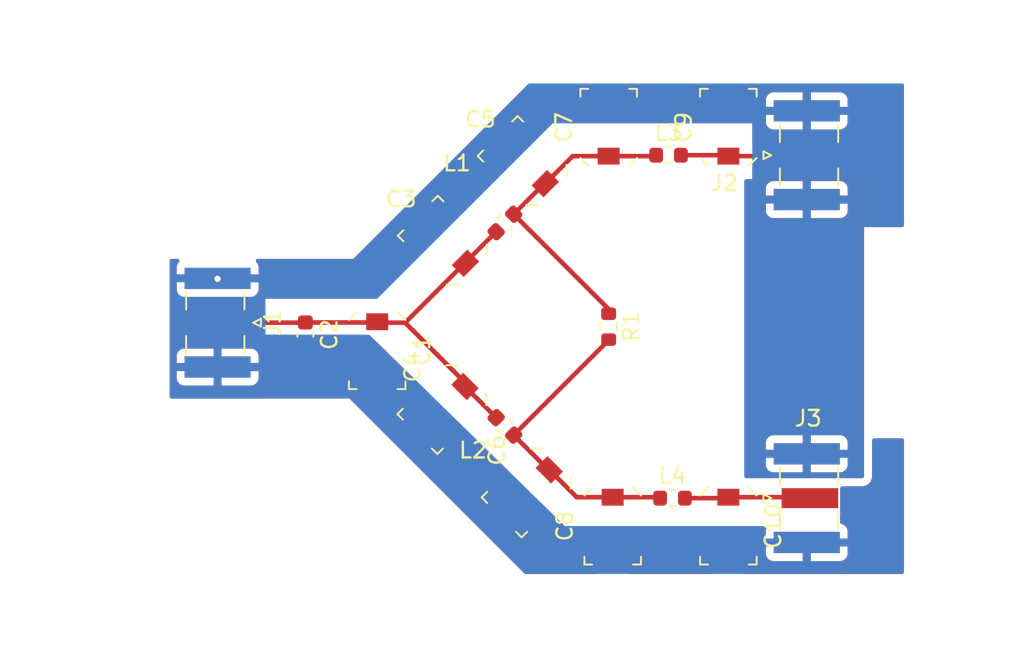
<source format=kicad_pcb>
(kicad_pcb (version 20211014) (generator pcbnew)
  (layers (0 "F.Cu" signal) (31 "B.Cu" signal) (34 "B.Paste" user) (35 "F.Paste" user) (36 "B.SilkS" user "B.Silkscreen") (37 "F.SilkS" user "F.Silkscreen") (38 "B.Mask" user) (39 "F.Mask" user) (44 "Edge.Cuts" user))
  (net 0 "")
  (net 1 "GND")
  (net 2 "Net-(C4-Pad1)")
  (net 3 "Net-(L1-Pad2)")
  (net 4 "Net-(C6-Pad1)")
  (net 5 "Net-(C9-Pad1)")
  (net 6 "Net-(C10-Pad1)")
  (footprint "Capacitor_SMD:C_Trimmer_Sprague-Goodman_SGC3" (layer "F.Cu") (at 142.748 66.294 90)
    (fp_text reference "C7" (at 0 -2.85 90) (layer "F.SilkS"))
    (fp_text value "C_Trim")
    (fp_line (start -2.45 1.3) (end -1.95 1.8) (layer "F.SilkS") (width 0.12))
    (fp_line (start 2.45 -1.8) (end 1.95 -1.8) (layer "F.SilkS") (width 0.12))
    (fp_line (start -2.45 -1.3) (end -1.95 -1.8) (layer "F.SilkS") (width 0.12))
    (fp_line (start 2.45 1.8) (end 2.45 1.3) (layer "F.SilkS") (width 0.12))
    (fp_line (start 2.45 1.8) (end 1.95 1.8) (layer "F.SilkS") (width 0.12))
    (fp_line (start 2.45 -1.8) (end 2.45 -1.3) (layer "F.SilkS") (width 0.12))
    (pad "1" smd rect (at -1.8375 0 90) (size 1.075 1.4) (layers "F.Cu" "F.Paste" "F.Mask") (net 3 "Net-(L1-Pad2)"))
    (pad "2" smd rect (at 1.8375 0 90) (size 1.075 1.4) (layers "F.Cu" "F.Paste" "F.Mask") (net 1 "GND"))
  )
  (footprint "Capacitor_SMD:C_Trimmer_Sprague-Goodman_SGC3" (layer "F.Cu") (at 137.668 89.408 -135)
    (fp_text reference "C6" (at -0.35921 3.232892 90) (layer "F.SilkS"))
    (fp_text value "C_Trim")
    (fp_line (start -2.45 -1.3) (end -1.95 -1.8) (layer "F.SilkS") (width 0.12))
    (fp_line (start 2.45 1.8) (end 2.45 1.3) (layer "F.SilkS") (width 0.12))
    (fp_line (start -2.45 1.3) (end -1.95 1.8) (layer "F.SilkS") (width 0.12))
    (fp_line (start 2.45 -1.8) (end 2.45 -1.3) (layer "F.SilkS") (width 0.12))
    (fp_line (start 2.45 1.8) (end 1.95 1.8) (layer "F.SilkS") (width 0.12))
    (fp_line (start 2.45 -1.8) (end 1.95 -1.8) (layer "F.SilkS") (width 0.12))
    (pad "1" smd rect (at -1.8375 0 225) (size 1.075 1.4) (layers "F.Cu" "F.Paste" "F.Mask") (net 4 "Net-(C6-Pad1)"))
    (pad "2" smd rect (at 1.8375 0 225) (size 1.075 1.4) (layers "F.Cu" "F.Paste" "F.Mask") (net 1 "GND"))
  )
  (footprint "Inductor_SMD:L_0603_1608Metric" (layer "F.Cu") (at 146.812 89.916)
    (fp_text reference "L4" (at 0 -1.43) (layer "F.SilkS"))
    (fp_text value "L")
    (fp_line (start -0.162779 0.51) (end 0.162779 0.51) (layer "F.SilkS") (width 0.12))
    (fp_line (start -0.162779 -0.51) (end 0.162779 -0.51) (layer "F.SilkS") (width 0.12))
    (pad "1" smd roundrect (at -0.7875 0) (size 0.875 0.95) (layers "F.Cu" "F.Paste" "F.Mask") (net 4 "Net-(C6-Pad1)"))
    (pad "2" smd roundrect (at 0.7875 0) (size 0.875 0.95) (layers "F.Cu" "F.Paste" "F.Mask") (net 6 "Net-(C10-Pad1)"))
  )
  (footprint "Capacitor_SMD:C_0603_1608Metric" (layer "F.Cu") (at 123.444 79.502 -90)
    (fp_text reference "C2" (at 0 -1.524 90) (layer "F.SilkS"))
    (fp_text value "C")
    (fp_line (start -0.14058 -0.51) (end 0.14058 -0.51) (layer "F.SilkS") (width 0.12))
    (fp_line (start -0.14058 0.51) (end 0.14058 0.51) (layer "F.SilkS") (width 0.12))
    (pad "1" smd roundrect (at -0.775 0 270) (size 0.9 0.95) (layers "F.Cu" "F.Paste" "F.Mask") (net 2 "Net-(C4-Pad1)"))
    (pad "2" smd roundrect (at 0.775 0 270) (size 0.9 0.95) (layers "F.Cu" "F.Paste" "F.Mask") (net 1 "GND"))
  )
  (footprint "Capacitor_SMD:C_Trimmer_Sprague-Goodman_SGC3" (layer "F.Cu") (at 132.334 73.66 135)
    (fp_text reference "C3" (at 3.951313 0 180) (layer "F.SilkS"))
    (fp_text value "C_Trim")
    (fp_line (start 2.45 -1.8) (end 1.95 -1.8) (layer "F.SilkS") (width 0.12))
    (fp_line (start 2.45 1.8) (end 1.95 1.8) (layer "F.SilkS") (width 0.12))
    (fp_line (start -2.45 1.3) (end -1.95 1.8) (layer "F.SilkS") (width 0.12))
    (fp_line (start 2.45 -1.8) (end 2.45 -1.3) (layer "F.SilkS") (width 0.12))
    (fp_line (start -2.45 -1.3) (end -1.95 -1.8) (layer "F.SilkS") (width 0.12))
    (fp_line (start 2.45 1.8) (end 2.45 1.3) (layer "F.SilkS") (width 0.12))
    (pad "1" smd rect (at -1.8375 0 135) (size 1.075 1.4) (layers "F.Cu" "F.Paste" "F.Mask") (net 2 "Net-(C4-Pad1)"))
    (pad "2" smd rect (at 1.8375 0 135) (size 1.075 1.4) (layers "F.Cu" "F.Paste" "F.Mask") (net 1 "GND"))
  )
  (footprint "Capacitor_SMD:C_Trimmer_Sprague-Goodman_SGC3" (layer "F.Cu") (at 132.304691 84.103309 -135)
    (fp_text reference "C4" (at -0.35921 3.232892 90) (layer "F.SilkS"))
    (fp_text value "C_Trim")
    (fp_line (start 2.45 1.8) (end 1.95 1.8) (layer "F.SilkS") (width 0.12))
    (fp_line (start 2.45 -1.8) (end 2.45 -1.3) (layer "F.SilkS") (width 0.12))
    (fp_line (start 2.45 -1.8) (end 1.95 -1.8) (layer "F.SilkS") (width 0.12))
    (fp_line (start 2.45 1.8) (end 2.45 1.3) (layer "F.SilkS") (width 0.12))
    (fp_line (start -2.45 1.3) (end -1.95 1.8) (layer "F.SilkS") (width 0.12))
    (fp_line (start -2.45 -1.3) (end -1.95 -1.8) (layer "F.SilkS") (width 0.12))
    (pad "1" smd rect (at -1.8375 0 225) (size 1.075 1.4) (layers "F.Cu" "F.Paste" "F.Mask") (net 2 "Net-(C4-Pad1)"))
    (pad "2" smd rect (at 1.8375 0 225) (size 1.075 1.4) (layers "F.Cu" "F.Paste" "F.Mask") (net 1 "GND"))
  )
  (footprint "Connector_Coaxial:SMA_Samtec_SMA-J-P-X-ST-EM1_EdgeMount" (layer "F.Cu") (at 155.3575 89.916 90)
    (fp_text reference "J3" (at 5.08 0.0905 180) (layer "F.SilkS"))
    (fp_text value "Conn_Coaxial_Power")
    (fp_line (start 0.25 -2.76) (end -0.25 -2.76) (layer "F.SilkS") (width 0.12))
    (fp_line (start 0.84 -1.71) (end 1.95 -1.71) (layer "F.SilkS") (width 0.12))
    (fp_line (start -1.95 -1.71) (end -0.84 -1.71) (layer "F.SilkS") (width 0.12))
    (fp_line (start 0.84 2) (end 1.95 2) (layer "F.SilkS") (width 0.12))
    (fp_line (start 0 -2.26) (end 0.25 -2.76) (layer "F.SilkS") (width 0.12))
    (fp_line (start -0.25 -2.76) (end 0 -2.26) (layer "F.SilkS") (width 0.12))
    (fp_line (start -1.95 2) (end -0.84 2) (layer "F.SilkS") (width 0.12))
    (pad "1" smd rect (at 0 0.2 90) (size 1.27 3.6) (layers "F.Cu" "F.Paste" "F.Mask") (net 6 "Net-(C10-Pad1)"))
    (pad "2" smd rect (at -2.825 0 90) (size 1.35 4.2) (layers "F.Cu" "F.Paste" "F.Mask") (net 1 "GND"))
    (pad "2" smd rect (at 2.825 0 90) (size 1.35 4.2) (layers "F.Cu" "F.Paste" "F.Mask") (net 1 "GND"))
    (pad "2" smd rect (at 2.825 0 90) (size 1.35 4.2) (layers "B.Cu" "B.Paste" "B.Mask") (net 1 "GND"))
    (pad "2" smd rect (at -2.825 0 90) (size 1.35 4.2) (layers "B.Cu" "B.Paste" "B.Mask") (net 1 "GND"))
  )
  (footprint "Capacitor_SMD:C_Trimmer_Sprague-Goodman_SGC3" (layer "F.Cu") (at 128.016 80.518 -90)
    (fp_text reference "C1" (at 0 -2.85 90) (layer "F.SilkS"))
    (fp_text value "C_Trim")
    (fp_line (start 2.45 1.8) (end 2.45 1.3) (layer "F.SilkS") (width 0.12))
    (fp_line (start -2.45 -1.3) (end -1.95 -1.8) (layer "F.SilkS") (width 0.12))
    (fp_line (start 2.45 -1.8) (end 1.95 -1.8) (layer "F.SilkS") (width 0.12))
    (fp_line (start 2.45 -1.8) (end 2.45 -1.3) (layer "F.SilkS") (width 0.12))
    (fp_line (start -2.45 1.3) (end -1.95 1.8) (layer "F.SilkS") (width 0.12))
    (fp_line (start 2.45 1.8) (end 1.95 1.8) (layer "F.SilkS") (width 0.12))
    (pad "1" smd rect (at -1.8375 0 270) (size 1.075 1.4) (layers "F.Cu" "F.Paste" "F.Mask") (net 2 "Net-(C4-Pad1)"))
    (pad "2" smd rect (at 1.8375 0 270) (size 1.075 1.4) (layers "F.Cu" "F.Paste" "F.Mask") (net 1 "GND"))
  )
  (footprint "Connector_Coaxial:SMA_Samtec_SMA-J-P-X-ST-EM1_EdgeMount" (layer "F.Cu") (at 117.856 78.74 -90)
    (fp_text reference "J1" (at 0 -3.5 90) (layer "F.SilkS"))
    (fp_text value "Conn_Coaxial_Power")
    (fp_line (start 0 -2.26) (end 0.25 -2.76) (layer "F.SilkS") (width 0.12))
    (fp_line (start 0.25 -2.76) (end -0.25 -2.76) (layer "F.SilkS") (width 0.12))
    (fp_line (start -1.95 2) (end -0.84 2) (layer "F.SilkS") (width 0.12))
    (fp_line (start -0.25 -2.76) (end 0 -2.26) (layer "F.SilkS") (width 0.12))
    (fp_line (start -1.95 -1.71) (end -0.84 -1.71) (layer "F.SilkS") (width 0.12))
    (fp_line (start 0.84 -1.71) (end 1.95 -1.71) (layer "F.SilkS") (width 0.12))
    (fp_line (start 0.84 2) (end 1.95 2) (layer "F.SilkS") (width 0.12))
    (pad "1" smd rect (at 0 0.2 270) (size 1.27 3.6) (layers "F.Cu" "F.Paste" "F.Mask") (net 2 "Net-(C4-Pad1)"))
    (pad "2" smd rect (at -2.825 0 270) (size 1.35 4.2) (layers "F.Cu" "F.Paste" "F.Mask") (net 1 "GND"))
    (pad "2" smd rect (at -2.825 0 270) (size 1.35 4.2) (layers "B.Cu" "B.Paste" "B.Mask") (net 1 "GND"))
    (pad "2" smd rect (at 2.825 0 270) (size 1.35 4.2) (layers "B.Cu" "B.Paste" "B.Mask") (net 1 "GND"))
    (pad "2" smd rect (at 2.825 0 270) (size 1.35 4.2) (layers "F.Cu" "F.Paste" "F.Mask") (net 1 "GND"))
  )
  (footprint "Capacitor_SMD:C_Trimmer_Sprague-Goodman_SGC3" (layer "F.Cu") (at 137.414 68.58 135)
    (fp_text reference "C5" (at 3.975656 -0.024344) (layer "F.SilkS"))
    (fp_text value "C_Trim")
    (fp_line (start 2.45 1.8) (end 1.95 1.8) (layer "F.SilkS") (width 0.12))
    (fp_line (start -2.45 -1.3) (end -1.95 -1.8) (layer "F.SilkS") (width 0.12))
    (fp_line (start -2.45 1.3) (end -1.95 1.8) (layer "F.SilkS") (width 0.12))
    (fp_line (start 2.45 -1.8) (end 2.45 -1.3) (layer "F.SilkS") (width 0.12))
    (fp_line (start 2.45 -1.8) (end 1.95 -1.8) (layer "F.SilkS") (width 0.12))
    (fp_line (start 2.45 1.8) (end 2.45 1.3) (layer "F.SilkS") (width 0.12))
    (pad "1" smd rect (at -1.8375 0 135) (size 1.075 1.4) (layers "F.Cu" "F.Paste" "F.Mask") (net 3 "Net-(L1-Pad2)"))
    (pad "2" smd rect (at 1.8375 0 135) (size 1.075 1.4) (layers "F.Cu" "F.Paste" "F.Mask") (net 1 "GND"))
  )
  (footprint "Inductor_SMD:L_0603_1608Metric" (layer "F.Cu") (at 136.144 85.344 -45)
    (fp_text reference "L2" (at -0.35921 2.514472 180) (layer "F.SilkS"))
    (fp_text value "L")
    (fp_line (start -0.162779 -0.51) (end 0.162779 -0.51) (layer "F.SilkS") (width 0.12))
    (fp_line (start -0.162779 0.51) (end 0.162779 0.51) (layer "F.SilkS") (width 0.12))
    (pad "1" smd roundrect (at -0.7875 0 315) (size 0.875 0.95) (layers "F.Cu" "F.Paste" "F.Mask") (net 2 "Net-(C4-Pad1)"))
    (pad "2" smd roundrect (at 0.7875 0 315) (size 0.875 0.95) (layers "F.Cu" "F.Paste" "F.Mask") (net 4 "Net-(C6-Pad1)"))
  )
  (footprint "Connector_Coaxial:SMA_Samtec_SMA-J-P-X-ST-EM1_EdgeMount" (layer "F.Cu") (at 155.3575 68.072 90)
    (fp_text reference "J2" (at -1.778 -5.2435) (layer "F.SilkS"))
    (fp_text value "Conn_Coaxial_Power")
    (fp_line (start 0 -2.26) (end 0.25 -2.76) (layer "F.SilkS") (width 0.12))
    (fp_line (start 0.84 2) (end 1.95 2) (layer "F.SilkS") (width 0.12))
    (fp_line (start 0.84 -1.71) (end 1.95 -1.71) (layer "F.SilkS") (width 0.12))
    (fp_line (start -1.95 -1.71) (end -0.84 -1.71) (layer "F.SilkS") (width 0.12))
    (fp_line (start -1.95 2) (end -0.84 2) (layer "F.SilkS") (width 0.12))
    (fp_line (start 0.25 -2.76) (end -0.25 -2.76) (layer "F.SilkS") (width 0.12))
    (fp_line (start -0.25 -2.76) (end 0 -2.26) (layer "F.SilkS") (width 0.12))
    (pad "1" smd rect (at 0 0.2 90) (size 1.27 3.6) (layers "F.Cu" "F.Paste" "F.Mask") (net 5 "Net-(C9-Pad1)"))
    (pad "2" smd rect (at -2.825 0 90) (size 1.35 4.2) (layers "B.Cu" "B.Paste" "B.Mask") (net 1 "GND"))
    (pad "2" smd rect (at 2.825 0 90) (size 1.35 4.2) (layers "F.Cu" "F.Paste" "F.Mask") (net 1 "GND"))
    (pad "2" smd rect (at -2.825 0 90) (size 1.35 4.2) (layers "F.Cu" "F.Paste" "F.Mask") (net 1 "GND"))
    (pad "2" smd rect (at 2.825 0 90) (size 1.35 4.2) (layers "B.Cu" "B.Paste" "B.Mask") (net 1 "GND"))
  )
  (footprint "Capacitor_SMD:C_Trimmer_Sprague-Goodman_SGC3" (layer "F.Cu") (at 150.368 66.294 90)
    (fp_text reference "C9" (at 0 -2.85 90) (layer "F.SilkS"))
    (fp_text value "C_Trim")
    (fp_line (start -2.45 -1.3) (end -1.95 -1.8) (layer "F.SilkS") (width 0.12))
    (fp_line (start 2.45 -1.8) (end 2.45 -1.3) (layer "F.SilkS") (width 0.12))
    (fp_line (start 2.45 -1.8) (end 1.95 -1.8) (layer "F.SilkS") (width 0.12))
    (fp_line (start 2.45 1.8) (end 1.95 1.8) (layer "F.SilkS") (width 0.12))
    (fp_line (start 2.45 1.8) (end 2.45 1.3) (layer "F.SilkS") (width 0.12))
    (fp_line (start -2.45 1.3) (end -1.95 1.8) (layer "F.SilkS") (width 0.12))
    (pad "1" smd rect (at -1.8375 0 90) (size 1.075 1.4) (layers "F.Cu" "F.Paste" "F.Mask") (net 5 "Net-(C9-Pad1)"))
    (pad "2" smd rect (at 1.8375 0 90) (size 1.075 1.4) (layers "F.Cu" "F.Paste" "F.Mask") (net 1 "GND"))
  )
  (footprint "Inductor_SMD:L_0603_1608Metric" (layer "F.Cu") (at 136.144 72.39 45)
    (fp_text reference "L1" (at 0.538815 -4.849338 180) (layer "F.SilkS"))
    (fp_text value "L")
    (fp_line (start -0.162779 -0.51) (end 0.162779 -0.51) (layer "F.SilkS") (width 0.12))
    (fp_line (start -0.162779 0.51) (end 0.162779 0.51) (layer "F.SilkS") (width 0.12))
    (pad "1" smd roundrect (at -0.7875 0 45) (size 0.875 0.95) (layers "F.Cu" "F.Paste" "F.Mask") (net 2 "Net-(C4-Pad1)"))
    (pad "2" smd roundrect (at 0.7875 0 45) (size 0.875 0.95) (layers "F.Cu" "F.Paste" "F.Mask") (net 3 "Net-(L1-Pad2)"))
  )
  (footprint "Capacitor_SMD:C_Trimmer_Sprague-Goodman_SGC3" (layer "F.Cu") (at 143.002 91.694 -90)
    (fp_text reference "C8" (at 0 3.048 90) (layer "F.SilkS"))
    (fp_text value "C_Trim")
    (fp_line (start 2.45 1.8) (end 2.45 1.3) (layer "F.SilkS") (width 0.12))
    (fp_line (start -2.45 1.3) (end -1.95 1.8) (layer "F.SilkS") (width 0.12))
    (fp_line (start 2.45 1.8) (end 1.95 1.8) (layer "F.SilkS") (width 0.12))
    (fp_line (start 2.45 -1.8) (end 1.95 -1.8) (layer "F.SilkS") (width 0.12))
    (fp_line (start 2.45 -1.8) (end 2.45 -1.3) (layer "F.SilkS") (width 0.12))
    (fp_line (start -2.45 -1.3) (end -1.95 -1.8) (layer "F.SilkS") (width 0.12))
    (pad "1" smd rect (at -1.8375 0 270) (size 1.075 1.4) (layers "F.Cu" "F.Paste" "F.Mask") (net 4 "Net-(C6-Pad1)"))
    (pad "2" smd rect (at 1.8375 0 270) (size 1.075 1.4) (layers "F.Cu" "F.Paste" "F.Mask") (net 1 "GND"))
  )
  (footprint "Resistor_SMD:R_0603_1608Metric" (layer "F.Cu") (at 142.748 78.994 -90)
    (fp_text reference "R1" (at 0 -1.43 90) (layer "F.SilkS"))
    (fp_text value "R")
    (fp_line (start -0.237258 -0.5225) (end 0.237258 -0.5225) (layer "F.SilkS") (width 0.12))
    (fp_line (start -0.237258 0.5225) (end 0.237258 0.5225) (layer "F.SilkS") (width 0.12))
    (pad "1" smd roundrect (at -0.825 0 270) (size 0.8 0.95) (layers "F.Cu" "F.Paste" "F.Mask") (net 3 "Net-(L1-Pad2)"))
    (pad "2" smd roundrect (at 0.825 0 270) (size 0.8 0.95) (layers "F.Cu" "F.Paste" "F.Mask") (net 4 "Net-(C6-Pad1)"))
  )
  (footprint "Capacitor_SMD:C_Trimmer_Sprague-Goodman_SGC3" (layer "F.Cu") (at 150.368 91.694 -90)
    (fp_text reference "C10" (at 0 -2.85 90) (layer "F.SilkS"))
    (fp_text value "C_Trim")
    (fp_line (start -2.45 1.3) (end -1.95 1.8) (layer "F.SilkS") (width 0.12))
    (fp_line (start 2.45 1.8) (end 1.95 1.8) (layer "F.SilkS") (width 0.12))
    (fp_line (start 2.45 -1.8) (end 2.45 -1.3) (layer "F.SilkS") (width 0.12))
    (fp_line (start 2.45 -1.8) (end 1.95 -1.8) (layer "F.SilkS") (width 0.12))
    (fp_line (start -2.45 -1.3) (end -1.95 -1.8) (layer "F.SilkS") (width 0.12))
    (fp_line (start 2.45 1.8) (end 2.45 1.3) (layer "F.SilkS") (width 0.12))
    (pad "1" smd rect (at -1.8375 0 270) (size 1.075 1.4) (layers "F.Cu" "F.Paste" "F.Mask") (net 6 "Net-(C10-Pad1)"))
    (pad "2" smd rect (at 1.8375 0 270) (size 1.075 1.4) (layers "F.Cu" "F.Paste" "F.Mask") (net 1 "GND"))
  )
  (footprint "Inductor_SMD:L_0603_1608Metric" (layer "F.Cu") (at 146.558 68.072)
    (fp_text reference "L3" (at 0 -1.43) (layer "F.SilkS"))
    (fp_text value "L")
    (fp_line (start -0.162779 -0.51) (end 0.162779 -0.51) (layer "F.SilkS") (width 0.12))
    (fp_line (start -0.162779 0.51) (end 0.162779 0.51) (layer "F.SilkS") (width 0.12))
    (pad "1" smd roundrect (at -0.7875 0) (size 0.875 0.95) (layers "F.Cu" "F.Paste" "F.Mask") (net 3 "Net-(L1-Pad2)"))
    (pad "2" smd roundrect (at 0.7875 0) (size 0.875 0.95) (layers "F.Cu" "F.Paste" "F.Mask") (net 5 "Net-(C9-Pad1)"))
  )
  (via (at 117.856 75.946) (size 0.8) (drill 0.4) (layers "F.Cu" "B.Cu") (net 1))
  (segment (start 117.379 81.565) (end 117.856 81.565) (width 0.29337) (layer "B.Cu") (net 1))
  (segment (start 133.604 82.804) (end 135.587153 84.787153) (width 0.29337) (layer "F.Cu") (net 2))
  (segment (start 129.794 78.74) (end 133.574691 74.959309) (width 0.29337) (layer "F.Cu") (net 2))
  (segment (start 123.444 78.727) (end 127.9695 78.727) (width 0.29337) (layer "F.Cu") (net 2))
  (segment (start 133.633309 74.900691) (end 135.587153 72.946847) (width 0.29337) (layer "F.Cu") (net 2))
  (segment (start 129.794 78.74) (end 133.604 82.55) (width 0.29337) (layer "F.Cu") (net 2))
  (segment (start 127.9695 78.727) (end 128.016 78.6805) (width 0.29337) (layer "F.Cu") (net 2))
  (segment (start 133.574691 74.959309) (end 133.633309 74.959309) (width 0.29337) (layer "F.Cu") (net 2))
  (segment (start 117.656 78.74) (end 123.431 78.74) (width 0.29337) (layer "F.Cu") (net 2))
  (segment (start 128.0755 78.74) (end 129.794 78.74) (width 0.29337) (layer "F.Cu") (net 2))
  (segment (start 123.431 78.74) (end 123.444 78.727) (width 0.29337) (layer "F.Cu") (net 2))
  (segment (start 128.016 78.6805) (end 128.0755 78.74) (width 0.29337) (layer "F.Cu") (net 2))
  (segment (start 133.604 82.55) (end 133.604 82.804) (width 0.29337) (layer "F.Cu") (net 2))
  (segment (start 133.633309 74.959309) (end 133.633309 74.900691) (width 0.29337) (layer "F.Cu") (net 2))
  (segment (start 145.711 68.1315) (end 145.7705 68.072) (width 0.29337) (layer "F.Cu") (net 3))
  (segment (start 136.700847 71.833153) (end 138.654691 69.879309) (width 0.29337) (layer "F.Cu") (net 3))
  (segment (start 140.461118 68.1315) (end 142.748 68.1315) (width 0.29337) (layer "F.Cu") (net 3))
  (segment (start 142.748 68.1315) (end 145.711 68.1315) (width 0.29337) (layer "F.Cu") (net 3))
  (segment (start 142.748 77.880306) (end 142.748 78.169) (width 0.29337) (layer "F.Cu") (net 3))
  (segment (start 138.713309 69.879309) (end 140.461118 68.1315) (width 0.29337) (layer "F.Cu") (net 3))
  (segment (start 138.654691 69.879309) (end 138.713309 69.879309) (width 0.29337) (layer "F.Cu") (net 3))
  (segment (start 136.700847 71.833153) (end 142.748 77.880306) (width 0.29337) (layer "F.Cu") (net 3))
  (segment (start 145.965 89.8565) (end 146.0245 89.916) (width 0.29337) (layer "F.Cu") (net 4))
  (segment (start 140.715118 89.8565) (end 143.002 89.8565) (width 0.29337) (layer "F.Cu") (net 4))
  (segment (start 138.967309 88.108691) (end 140.715118 89.8565) (width 0.29337) (layer "F.Cu") (net 4))
  (segment (start 143.002 89.8565) (end 145.965 89.8565) (width 0.29337) (layer "F.Cu") (net 4))
  (segment (start 142.748 79.819) (end 142.748 79.853694) (width 0.29337) (layer "F.Cu") (net 4))
  (segment (start 142.748 79.853694) (end 136.700847 85.900847) (width 0.29337) (layer "F.Cu") (net 4))
  (segment (start 138.908691 88.108691) (end 138.967309 88.108691) (width 0.29337) (layer "F.Cu") (net 4))
  (segment (start 136.700847 85.900847) (end 138.908691 88.108691) (width 0.29337) (layer "F.Cu") (net 4))
  (segment (start 150.368 68.1315) (end 155.498 68.1315) (width 0.29337) (layer "F.Cu") (net 5))
  (segment (start 150.3085 68.072) (end 150.368 68.1315) (width 0.29337) (layer "F.Cu") (net 5))
  (segment (start 147.3455 68.072) (end 150.3085 68.072) (width 0.29337) (layer "F.Cu") (net 5))
  (segment (start 155.498 68.1315) (end 155.5575 68.072) (width 0.29337) (layer "F.Cu") (net 5))
  (segment (start 147.5995 89.916) (end 150.3085 89.916) (width 0.29337) (layer "F.Cu") (net 6))
  (segment (start 155.498 89.8565) (end 155.5575 89.916) (width 0.29337) (layer "F.Cu") (net 6))
  (segment (start 150.3085 89.916) (end 150.368 89.8565) (width 0.29337) (layer "F.Cu") (net 6))
  (segment (start 150.368 89.8565) (end 155.498 89.8565) (width 0.29337) (layer "F.Cu") (net 6))
  (zone (net 1) (net_name "GND") (layers F&B.Cu) (connect_pads (clearance 0.508)) (min_thickness 0.254) (fill yes (thermal_gap 0.508) (thermal_bridge_width 0.508))
    (polygon (pts (xy 161.544 72.644) (xy 151.892 72.644) (xy 151.892 63.5) (xy 161.544 63.5)))
  )
  (zone (net 0) (net_name "") (layers F&B.Cu) (connect_pads (clearance 0.508)) (min_thickness 0.254) (fill yes (thermal_gap 0.508) (thermal_bridge_width 0.508))
    (polygon (pts (xy 161.544 71.882) (xy 157.988 71.882) (xy 157.988 63.5) (xy 161.544 63.5)))
  )
  (zone (net 1) (net_name "GND") (layers F&B.Cu) (connect_pads (clearance 0.508)) (min_thickness 0.254) (fill yes (thermal_gap 0.508) (thermal_bridge_width 0.508))
    (polygon (pts (xy 158.242 66.04) (xy 139.192 66.04) (xy 128.016 77.216) (xy 114.808 77.216) (xy 114.808 74.676) (xy 126.492 74.676) (xy 137.668 63.5) (xy 158.242 63.5)))
  )
  (zone (net 0) (net_name "") (layers F&B.Cu) (connect_pads (clearance 0.508)) (min_thickness 0.254) (fill yes (thermal_gap 0.508) (thermal_bridge_width 0.508))
    (polygon (pts (xy 120.904 83.566) (xy 114.808 83.566) (xy 114.808 74.676) (xy 120.904 74.676)))
  )
  (zone (net 0) (net_name "") (layers F&B.Cu) (connect_pads (clearance 0.508)) (min_thickness 0.254) (fill yes (thermal_gap 0.508) (thermal_bridge_width 0.508))
    (polygon (pts (xy 161.544 94.742) (xy 157.48 94.742) (xy 157.48 86.106) (xy 161.544 86.106)))
  )
  (zone (net 1) (net_name "GND") (layers F&B.Cu) (connect_pads (clearance 0.508)) (min_thickness 0.254) (fill yes (thermal_gap 0.508) (thermal_bridge_width 0.508))
    (polygon (pts (xy 139.954 91.694) (xy 158.242 91.694) (xy 158.242 94.742) (xy 137.414 94.742) (xy 126.238 83.566) (xy 114.808 83.566) (xy 114.808 79.502) (xy 127.508 79.502)))
  )
  (zone (net 1) (net_name "GND") (layers F&B.Cu) (priority 2) (connect_pads (clearance 0.508)) (min_thickness 0.254) (fill yes (thermal_gap 0.508) (thermal_bridge_width 0.508))
    (polygon (pts (xy 159.004 88.646) (xy 151.384 88.646) (xy 151.384 69.596) (xy 159.004 69.596)))
  )
  (zone (net 0) (net_name "") (layers F&B.Cu) (connect_pads (clearance 0.508)) (min_thickness 0.254) (fill yes (thermal_gap 0.508) (thermal_bridge_width 0.508))
    (polygon (pts (xy 161.544 72.644) (xy 157.48 72.644) (xy 157.48 63.5) (xy 161.544 63.5)))
  )
)
</source>
